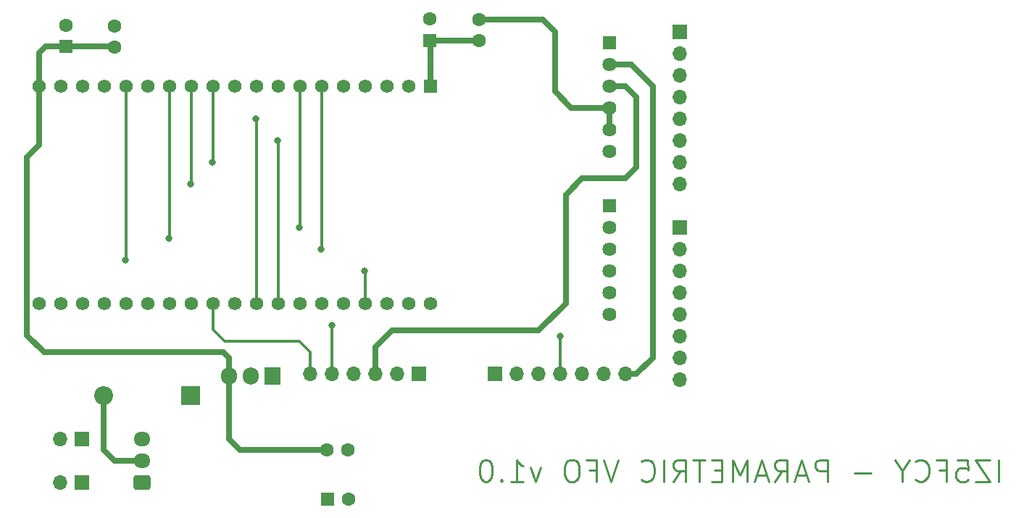
<source format=gbr>
%TF.GenerationSoftware,KiCad,Pcbnew,(6.0.5)*%
%TF.CreationDate,2022-11-30T16:24:04+01:00*%
%TF.ProjectId,Parametic VFO,50617261-6d65-4746-9963-2056464f2e6b,rev?*%
%TF.SameCoordinates,Original*%
%TF.FileFunction,Copper,L2,Bot*%
%TF.FilePolarity,Positive*%
%FSLAX46Y46*%
G04 Gerber Fmt 4.6, Leading zero omitted, Abs format (unit mm)*
G04 Created by KiCad (PCBNEW (6.0.5)) date 2022-11-30 16:24:04*
%MOMM*%
%LPD*%
G01*
G04 APERTURE LIST*
G04 Aperture macros list*
%AMRoundRect*
0 Rectangle with rounded corners*
0 $1 Rounding radius*
0 $2 $3 $4 $5 $6 $7 $8 $9 X,Y pos of 4 corners*
0 Add a 4 corners polygon primitive as box body*
4,1,4,$2,$3,$4,$5,$6,$7,$8,$9,$2,$3,0*
0 Add four circle primitives for the rounded corners*
1,1,$1+$1,$2,$3*
1,1,$1+$1,$4,$5*
1,1,$1+$1,$6,$7*
1,1,$1+$1,$8,$9*
0 Add four rect primitives between the rounded corners*
20,1,$1+$1,$2,$3,$4,$5,0*
20,1,$1+$1,$4,$5,$6,$7,0*
20,1,$1+$1,$6,$7,$8,$9,0*
20,1,$1+$1,$8,$9,$2,$3,0*%
G04 Aperture macros list end*
%ADD10C,0.254000*%
%TA.AperFunction,NonConductor*%
%ADD11C,0.254000*%
%TD*%
%TA.AperFunction,ComponentPad*%
%ADD12RoundRect,0.250000X0.725000X-0.600000X0.725000X0.600000X-0.725000X0.600000X-0.725000X-0.600000X0*%
%TD*%
%TA.AperFunction,ComponentPad*%
%ADD13O,1.950000X1.700000*%
%TD*%
%TA.AperFunction,ComponentPad*%
%ADD14R,1.700000X1.700000*%
%TD*%
%TA.AperFunction,ComponentPad*%
%ADD15O,1.700000X1.700000*%
%TD*%
%TA.AperFunction,ComponentPad*%
%ADD16R,1.600000X1.600000*%
%TD*%
%TA.AperFunction,ComponentPad*%
%ADD17C,1.600000*%
%TD*%
%TA.AperFunction,ComponentPad*%
%ADD18R,1.625600X1.625600*%
%TD*%
%TA.AperFunction,ComponentPad*%
%ADD19C,1.625600*%
%TD*%
%TA.AperFunction,ComponentPad*%
%ADD20R,1.560000X1.560000*%
%TD*%
%TA.AperFunction,ComponentPad*%
%ADD21C,1.560000*%
%TD*%
%TA.AperFunction,ComponentPad*%
%ADD22R,1.905000X2.000000*%
%TD*%
%TA.AperFunction,ComponentPad*%
%ADD23O,1.905000X2.000000*%
%TD*%
%TA.AperFunction,ComponentPad*%
%ADD24R,2.200000X2.200000*%
%TD*%
%TA.AperFunction,ComponentPad*%
%ADD25O,2.200000X2.200000*%
%TD*%
%TA.AperFunction,ViaPad*%
%ADD26C,0.800000*%
%TD*%
%TA.AperFunction,Conductor*%
%ADD27C,0.304800*%
%TD*%
%TA.AperFunction,Conductor*%
%ADD28C,0.635000*%
%TD*%
G04 APERTURE END LIST*
D10*
D11*
X196608095Y-104654047D02*
X196608095Y-102114047D01*
X195640476Y-102114047D02*
X193947142Y-102114047D01*
X195640476Y-104654047D01*
X193947142Y-104654047D01*
X191770000Y-102114047D02*
X192979523Y-102114047D01*
X193100476Y-103323571D01*
X192979523Y-103202619D01*
X192737619Y-103081666D01*
X192132857Y-103081666D01*
X191890952Y-103202619D01*
X191770000Y-103323571D01*
X191649047Y-103565476D01*
X191649047Y-104170238D01*
X191770000Y-104412142D01*
X191890952Y-104533095D01*
X192132857Y-104654047D01*
X192737619Y-104654047D01*
X192979523Y-104533095D01*
X193100476Y-104412142D01*
X189713809Y-103323571D02*
X190560476Y-103323571D01*
X190560476Y-104654047D02*
X190560476Y-102114047D01*
X189350952Y-102114047D01*
X186931904Y-104412142D02*
X187052857Y-104533095D01*
X187415714Y-104654047D01*
X187657619Y-104654047D01*
X188020476Y-104533095D01*
X188262380Y-104291190D01*
X188383333Y-104049285D01*
X188504285Y-103565476D01*
X188504285Y-103202619D01*
X188383333Y-102718809D01*
X188262380Y-102476904D01*
X188020476Y-102235000D01*
X187657619Y-102114047D01*
X187415714Y-102114047D01*
X187052857Y-102235000D01*
X186931904Y-102355952D01*
X185359523Y-103444523D02*
X185359523Y-104654047D01*
X186206190Y-102114047D02*
X185359523Y-103444523D01*
X184512857Y-102114047D01*
X181730952Y-103686428D02*
X179795714Y-103686428D01*
X176650952Y-104654047D02*
X176650952Y-102114047D01*
X175683333Y-102114047D01*
X175441428Y-102235000D01*
X175320476Y-102355952D01*
X175199523Y-102597857D01*
X175199523Y-102960714D01*
X175320476Y-103202619D01*
X175441428Y-103323571D01*
X175683333Y-103444523D01*
X176650952Y-103444523D01*
X174231904Y-103928333D02*
X173022380Y-103928333D01*
X174473809Y-104654047D02*
X173627142Y-102114047D01*
X172780476Y-104654047D01*
X170482380Y-104654047D02*
X171329047Y-103444523D01*
X171933809Y-104654047D02*
X171933809Y-102114047D01*
X170966190Y-102114047D01*
X170724285Y-102235000D01*
X170603333Y-102355952D01*
X170482380Y-102597857D01*
X170482380Y-102960714D01*
X170603333Y-103202619D01*
X170724285Y-103323571D01*
X170966190Y-103444523D01*
X171933809Y-103444523D01*
X169514761Y-103928333D02*
X168305238Y-103928333D01*
X169756666Y-104654047D02*
X168910000Y-102114047D01*
X168063333Y-104654047D01*
X167216666Y-104654047D02*
X167216666Y-102114047D01*
X166370000Y-103928333D01*
X165523333Y-102114047D01*
X165523333Y-104654047D01*
X164313809Y-103323571D02*
X163467142Y-103323571D01*
X163104285Y-104654047D02*
X164313809Y-104654047D01*
X164313809Y-102114047D01*
X163104285Y-102114047D01*
X162378571Y-102114047D02*
X160927142Y-102114047D01*
X161652857Y-104654047D02*
X161652857Y-102114047D01*
X158629047Y-104654047D02*
X159475714Y-103444523D01*
X160080476Y-104654047D02*
X160080476Y-102114047D01*
X159112857Y-102114047D01*
X158870952Y-102235000D01*
X158750000Y-102355952D01*
X158629047Y-102597857D01*
X158629047Y-102960714D01*
X158750000Y-103202619D01*
X158870952Y-103323571D01*
X159112857Y-103444523D01*
X160080476Y-103444523D01*
X157540476Y-104654047D02*
X157540476Y-102114047D01*
X154879523Y-104412142D02*
X155000476Y-104533095D01*
X155363333Y-104654047D01*
X155605238Y-104654047D01*
X155968095Y-104533095D01*
X156210000Y-104291190D01*
X156330952Y-104049285D01*
X156451904Y-103565476D01*
X156451904Y-103202619D01*
X156330952Y-102718809D01*
X156210000Y-102476904D01*
X155968095Y-102235000D01*
X155605238Y-102114047D01*
X155363333Y-102114047D01*
X155000476Y-102235000D01*
X154879523Y-102355952D01*
X152218571Y-102114047D02*
X151371904Y-104654047D01*
X150525238Y-102114047D01*
X148831904Y-103323571D02*
X149678571Y-103323571D01*
X149678571Y-104654047D02*
X149678571Y-102114047D01*
X148469047Y-102114047D01*
X147017619Y-102114047D02*
X146533809Y-102114047D01*
X146291904Y-102235000D01*
X146050000Y-102476904D01*
X145929047Y-102960714D01*
X145929047Y-103807380D01*
X146050000Y-104291190D01*
X146291904Y-104533095D01*
X146533809Y-104654047D01*
X147017619Y-104654047D01*
X147259523Y-104533095D01*
X147501428Y-104291190D01*
X147622380Y-103807380D01*
X147622380Y-102960714D01*
X147501428Y-102476904D01*
X147259523Y-102235000D01*
X147017619Y-102114047D01*
X143147142Y-102960714D02*
X142542380Y-104654047D01*
X141937619Y-102960714D01*
X139639523Y-104654047D02*
X141090952Y-104654047D01*
X140365238Y-104654047D02*
X140365238Y-102114047D01*
X140607142Y-102476904D01*
X140849047Y-102718809D01*
X141090952Y-102839761D01*
X138550952Y-104412142D02*
X138430000Y-104533095D01*
X138550952Y-104654047D01*
X138671904Y-104533095D01*
X138550952Y-104412142D01*
X138550952Y-104654047D01*
X136857619Y-102114047D02*
X136615714Y-102114047D01*
X136373809Y-102235000D01*
X136252857Y-102355952D01*
X136131904Y-102597857D01*
X136010952Y-103081666D01*
X136010952Y-103686428D01*
X136131904Y-104170238D01*
X136252857Y-104412142D01*
X136373809Y-104533095D01*
X136615714Y-104654047D01*
X136857619Y-104654047D01*
X137099523Y-104533095D01*
X137220476Y-104412142D01*
X137341428Y-104170238D01*
X137462380Y-103686428D01*
X137462380Y-103081666D01*
X137341428Y-102597857D01*
X137220476Y-102355952D01*
X137099523Y-102235000D01*
X136857619Y-102114047D01*
D12*
%TO.P,SW1,1,A*%
%TO.N,Net-(J5-Pad1)*%
X96520000Y-104734995D03*
D13*
%TO.P,SW1,2,B*%
%TO.N,Net-(D1-Pad2)*%
X96520000Y-102234995D03*
%TO.P,SW1,3,C*%
%TO.N,Net-(J6-Pad1)*%
X96520000Y-99734995D03*
%TD*%
D14*
%TO.P,J5,1,Pin_1*%
%TO.N,Net-(J5-Pad1)*%
X89515010Y-104799994D03*
D15*
%TO.P,J5,2,Pin_2*%
%TO.N,GND*%
X86975010Y-104799994D03*
%TD*%
D16*
%TO.P,C5,1*%
%TO.N,Net-(C1-Pad1)*%
X87630000Y-53811180D03*
D17*
%TO.P,C5,2*%
%TO.N,GND*%
X87630000Y-51311180D03*
%TD*%
D18*
%TO.P,J3,1,F_CS*%
%TO.N,unconnected-(J3-Pad1)*%
X151130000Y-72390000D03*
D19*
%TO.P,J3,2,LCD_RST*%
%TO.N,Net-(J3-Pad2)*%
X151130000Y-74930000D03*
%TO.P,J3,3,LCD_CS*%
%TO.N,Net-(J3-Pad3)*%
X151130000Y-77470000D03*
%TO.P,J3,4,LCD_RS*%
%TO.N,Net-(J3-Pad4)*%
X151130000Y-80010000D03*
%TO.P,J3,5,LCD_WR*%
%TO.N,Net-(J3-Pad5)*%
X151130000Y-82550000D03*
%TO.P,J3,6,LCD_RD*%
%TO.N,Net-(J3-Pad6)*%
X151130000Y-85090000D03*
%TD*%
D17*
%TO.P,C4,1*%
%TO.N,Net-(J4a1-Pad2)*%
X135940800Y-53167600D03*
%TO.P,C4,2*%
%TO.N,GND*%
X135940800Y-50667600D03*
%TD*%
D16*
%TO.P,C3,1*%
%TO.N,Net-(J4a1-Pad2)*%
X130175000Y-53099980D03*
D17*
%TO.P,C3,2*%
%TO.N,GND*%
X130175000Y-50599980D03*
%TD*%
D14*
%TO.P,J6,1,Pin_1*%
%TO.N,Net-(J6-Pad1)*%
X89535000Y-99695000D03*
D15*
%TO.P,J6,2,Pin_2*%
%TO.N,GND*%
X86995000Y-99695000D03*
%TD*%
D20*
%TO.P,U1,1,V_3v3*%
%TO.N,Net-(J4a1-Pad2)*%
X130250000Y-58420000D03*
D21*
%TO.P,U1,2,EN*%
%TO.N,unconnected-(U1-Pad2)*%
X127710000Y-58420000D03*
%TO.P,U1,3,SVP*%
%TO.N,unconnected-(U1-Pad3)*%
X125170000Y-58420000D03*
%TO.P,U1,4,SVN*%
%TO.N,unconnected-(U1-Pad4)*%
X122630000Y-58420000D03*
%TO.P,U1,5,IO34*%
%TO.N,unconnected-(U1-Pad5)*%
X120090000Y-58420000D03*
%TO.P,U1,6,IO35*%
%TO.N,Net-(J3-Pad3)*%
X117550000Y-58420000D03*
%TO.P,U1,7,IO32*%
%TO.N,Net-(J3-Pad2)*%
X115010000Y-58420000D03*
%TO.P,U1,8,IO33*%
%TO.N,unconnected-(U1-Pad8)*%
X112470000Y-58420000D03*
%TO.P,U1,9,IO25*%
%TO.N,Net-(J2-Pad4)*%
X109930000Y-58420000D03*
%TO.P,U1,10,IO26*%
%TO.N,Net-(J2-Pad3)*%
X107390000Y-58420000D03*
%TO.P,U1,11,IO27*%
%TO.N,Net-(J2-Pad7)*%
X104850000Y-58420000D03*
%TO.P,U1,12,IO14*%
%TO.N,Net-(J2-Pad8)*%
X102310000Y-58420000D03*
%TO.P,U1,13,IO12*%
%TO.N,Net-(J1a1-Pad1)*%
X99770000Y-58420000D03*
%TO.P,U1,14,GND*%
%TO.N,GND*%
X97230000Y-58420000D03*
%TO.P,U1,15,IO13*%
%TO.N,Net-(J1a1-Pad2)*%
X94690000Y-58420000D03*
%TO.P,U1,16,SD2*%
%TO.N,unconnected-(U1-Pad16)*%
X92150000Y-58420000D03*
%TO.P,U1,17,SD3*%
%TO.N,unconnected-(U1-Pad17)*%
X89610000Y-58420000D03*
%TO.P,U1,18,CMD*%
%TO.N,unconnected-(U1-Pad18)*%
X87070000Y-58420000D03*
%TO.P,U1,19,Vin_5V*%
%TO.N,Net-(C1-Pad1)*%
X84530000Y-58420000D03*
%TO.P,U1,20,FLASH_SCK*%
%TO.N,unconnected-(U1-Pad20)*%
X130250000Y-83820000D03*
%TO.P,U1,21,FLASH_D0*%
%TO.N,unconnected-(U1-Pad21)*%
X127710000Y-83820000D03*
%TO.P,U1,22,FLASH_D1*%
%TO.N,unconnected-(U1-Pad22)*%
X125170000Y-83820000D03*
%TO.P,U1,23,(adc2_3)IO15*%
%TO.N,Net-(J3-Pad4)*%
X122630000Y-83820000D03*
%TO.P,U1,24,(adc2_2)IO2*%
%TO.N,Net-(J3-Pad6)*%
X120090000Y-83820000D03*
%TO.P,U1,25,(adc2_1)IO0*%
%TO.N,unconnected-(U1-Pad25)*%
X117550000Y-83820000D03*
%TO.P,U1,26,(adc2_0)IO4*%
%TO.N,Net-(J3-Pad5)*%
X115010000Y-83820000D03*
%TO.P,U1,27,(rxd)IO16*%
%TO.N,Net-(J2-Pad6)*%
X112470000Y-83820000D03*
%TO.P,U1,28,(txd)IO17*%
%TO.N,Net-(J2-Pad5)*%
X109930000Y-83820000D03*
%TO.P,U1,29,(ss)IO5*%
%TO.N,unconnected-(U1-Pad29)*%
X107390000Y-83820000D03*
%TO.P,U1,30,(sck)IO18*%
%TO.N,Net-(J7-Pad6)*%
X104850000Y-83820000D03*
%TO.P,U1,31,(miso)IO19*%
%TO.N,Net-(J7-Pad5)*%
X102310000Y-83820000D03*
%TO.P,U1,32,GND*%
%TO.N,GND*%
X99770000Y-83820000D03*
%TO.P,U1,33,(sda)IO21*%
%TO.N,Net-(J8-Pad4)*%
X97230000Y-83820000D03*
%TO.P,U1,34,RX_D0*%
%TO.N,unconnected-(U1-Pad34)*%
X94690000Y-83820000D03*
%TO.P,U1,35,TX_D0*%
%TO.N,unconnected-(U1-Pad35)*%
X92150000Y-83820000D03*
%TO.P,U1,36,(scl)IO22*%
%TO.N,Net-(J8-Pad5)*%
X89610000Y-83820000D03*
%TO.P,U1,37,(mosi)IO23*%
%TO.N,unconnected-(U1-Pad37)*%
X87070000Y-83820000D03*
%TO.P,U1,38,GND*%
%TO.N,GND*%
X84530000Y-83820000D03*
%TD*%
D14*
%TO.P,J1a1,1,Pin_1*%
%TO.N,Net-(J1a1-Pad1)*%
X159385000Y-74945011D03*
D15*
%TO.P,J1a1,2,Pin_2*%
%TO.N,Net-(J1a1-Pad2)*%
X159385000Y-77485011D03*
%TO.P,J1a1,3,Pin_3*%
%TO.N,unconnected-(J1a1-Pad3)*%
X159385000Y-80025011D03*
%TO.P,J1a1,4,Pin_4*%
%TO.N,unconnected-(J1a1-Pad4)*%
X159385000Y-82565011D03*
%TO.P,J1a1,5,Pin_5*%
%TO.N,unconnected-(J1a1-Pad5)*%
X159385000Y-85105011D03*
%TO.P,J1a1,6,Pin_6*%
%TO.N,unconnected-(J1a1-Pad6)*%
X159385000Y-87645011D03*
%TO.P,J1a1,7,Pin_7*%
%TO.N,unconnected-(J1a1-Pad7)*%
X159385000Y-90185011D03*
%TO.P,J1a1,8,Pin_8*%
%TO.N,unconnected-(J1a1-Pad8)*%
X159385000Y-92725011D03*
%TD*%
D22*
%TO.P,U2,1,IN*%
%TO.N,Net-(D1-Pad1)*%
X111760000Y-92369996D03*
D23*
%TO.P,U2,2,GND*%
%TO.N,GND*%
X109220000Y-92369996D03*
%TO.P,U2,3,OUT*%
%TO.N,Net-(C1-Pad1)*%
X106680000Y-92369996D03*
%TD*%
D17*
%TO.P,C2,1*%
%TO.N,Net-(C1-Pad1)*%
X118110000Y-100965000D03*
%TO.P,C2,2*%
%TO.N,GND*%
X120610000Y-100965000D03*
%TD*%
D14*
%TO.P,J2,1,nc*%
%TO.N,unconnected-(J2-Pad1)*%
X159385000Y-52085000D03*
D15*
%TO.P,J2,2,nc*%
%TO.N,unconnected-(J2-Pad2)*%
X159385000Y-54625000D03*
%TO.P,J2,3,LCD_D2*%
%TO.N,Net-(J2-Pad3)*%
X159385000Y-57165000D03*
%TO.P,J2,4,LCD_D3*%
%TO.N,Net-(J2-Pad4)*%
X159385000Y-59705000D03*
%TO.P,J2,5,LCD_D4*%
%TO.N,Net-(J2-Pad5)*%
X159385000Y-62245000D03*
%TO.P,J2,6,LCD_D5*%
%TO.N,Net-(J2-Pad6)*%
X159385000Y-64785000D03*
%TO.P,J2,7,LCD_D6*%
%TO.N,Net-(J2-Pad7)*%
X159385000Y-67325000D03*
%TO.P,J2,8,LCD_D7*%
%TO.N,Net-(J2-Pad8)*%
X159385000Y-69865000D03*
%TD*%
D14*
%TO.P,J7,1,Pin_1*%
%TO.N,GND*%
X128905000Y-92075000D03*
D15*
%TO.P,J7,2,Pin_2*%
%TO.N,unconnected-(J7-Pad2)*%
X126365000Y-92075000D03*
%TO.P,J7,3,Pin_3*%
%TO.N,Net-(C1-Pad1)*%
X123825000Y-92075000D03*
%TO.P,J7,4,Pin_4*%
%TO.N,unconnected-(J7-Pad4)*%
X121285000Y-92075000D03*
%TO.P,J7,5,Pin_5*%
%TO.N,Net-(J7-Pad5)*%
X118745000Y-92075000D03*
%TO.P,J7,6,Pin_6*%
%TO.N,Net-(J7-Pad6)*%
X116205000Y-92075000D03*
%TD*%
D17*
%TO.P,C6,1*%
%TO.N,Net-(C1-Pad1)*%
X93345000Y-53924200D03*
%TO.P,C6,2*%
%TO.N,GND*%
X93345000Y-51424200D03*
%TD*%
D14*
%TO.P,J8,1,Pin_1*%
%TO.N,unconnected-(J8-Pad1)*%
X137815000Y-92050000D03*
D15*
%TO.P,J8,2,Pin_2*%
%TO.N,unconnected-(J8-Pad2)*%
X140355000Y-92050000D03*
%TO.P,J8,3,Pin_3*%
%TO.N,unconnected-(J8-Pad3)*%
X142895000Y-92050000D03*
%TO.P,J8,4,Pin_4*%
%TO.N,Net-(J8-Pad4)*%
X145435000Y-92050000D03*
%TO.P,J8,5,Pin_5*%
%TO.N,Net-(J8-Pad5)*%
X147975000Y-92050000D03*
%TO.P,J8,6,Pin_6*%
%TO.N,GND*%
X150515000Y-92050000D03*
%TO.P,J8,7,Pin_7*%
%TO.N,Net-(J4a1-Pad2)*%
X153055000Y-92050000D03*
%TD*%
D24*
%TO.P,D1,1,K*%
%TO.N,Net-(D1-Pad1)*%
X102235000Y-94615000D03*
D25*
%TO.P,D1,2,A*%
%TO.N,Net-(D1-Pad2)*%
X92075000Y-94615000D03*
%TD*%
D18*
%TO.P,J4a1,1,Pin_1*%
%TO.N,unconnected-(J4a1-Pad1)*%
X151130000Y-53340000D03*
D19*
%TO.P,J4a1,2,Pin_2*%
%TO.N,Net-(J4a1-Pad2)*%
X151130000Y-55880000D03*
%TO.P,J4a1,3,Pin_3*%
%TO.N,Net-(C1-Pad1)*%
X151130000Y-58420000D03*
%TO.P,J4a1,4,Pin_4*%
%TO.N,GND*%
X151130000Y-60960000D03*
%TO.P,J4a1,5,Pin_5*%
X151130000Y-63500000D03*
%TO.P,J4a1,6,Pin_6*%
%TO.N,unconnected-(J4a1-Pad6)*%
X151130000Y-66040000D03*
%TD*%
D16*
%TO.P,C1,1*%
%TO.N,Net-(C1-Pad1)*%
X118197621Y-106680000D03*
D17*
%TO.P,C1,2*%
%TO.N,GND*%
X120697621Y-106680000D03*
%TD*%
D26*
%TO.N,Net-(J2-Pad5)*%
X109855000Y-62230000D03*
%TO.N,Net-(J2-Pad6)*%
X112395489Y-64770489D03*
%TO.N,Net-(J1a1-Pad1)*%
X99695000Y-76200000D03*
%TO.N,Net-(J3-Pad2)*%
X114935000Y-74930000D03*
%TO.N,Net-(J3-Pad3)*%
X117475000Y-77470000D03*
%TO.N,Net-(J3-Pad4)*%
X122555000Y-80010000D03*
%TO.N,Net-(J1a1-Pad2)*%
X94615000Y-78740000D03*
%TO.N,Net-(J2-Pad7)*%
X104775000Y-67310000D03*
%TO.N,Net-(J2-Pad8)*%
X102235000Y-69850000D03*
%TO.N,Net-(J7-Pad5)*%
X118745000Y-86360000D03*
%TO.N,Net-(J8-Pad4)*%
X145415000Y-87630000D03*
%TD*%
D27*
%TO.N,Net-(J7-Pad6)*%
X116205000Y-89535000D02*
X116205000Y-92075000D01*
X114935000Y-88265000D02*
X116205000Y-89535000D01*
X106195000Y-88265000D02*
X114935000Y-88265000D01*
X104850000Y-86920000D02*
X106195000Y-88265000D01*
X104850000Y-83820000D02*
X104850000Y-86920000D01*
D28*
%TO.N,Net-(C1-Pad1)*%
X83128189Y-87573189D02*
X83128189Y-66731811D01*
X84530000Y-54535000D02*
X85253820Y-53811180D01*
X106045000Y-89535000D02*
X85090000Y-89535000D01*
X153035000Y-58420000D02*
X151130000Y-58420000D01*
X154305000Y-67945000D02*
X154305000Y-59690000D01*
X106680000Y-99695000D02*
X107950000Y-100965000D01*
X125730000Y-86995000D02*
X142875000Y-86995000D01*
X83128189Y-66731811D02*
X84530000Y-65330000D01*
X123825000Y-92075000D02*
X123825000Y-88900000D01*
X147955000Y-69215000D02*
X153035000Y-69215000D01*
X153035000Y-69215000D02*
X154305000Y-67945000D01*
X85253820Y-53811180D02*
X87630000Y-53811180D01*
X146050000Y-83820000D02*
X146050000Y-71120000D01*
X84530000Y-65330000D02*
X84530000Y-58420000D01*
X87630000Y-53811180D02*
X93231980Y-53811180D01*
X84530000Y-58420000D02*
X84530000Y-54535000D01*
X106680000Y-92369996D02*
X106680000Y-99695000D01*
X107950000Y-100965000D02*
X118110000Y-100965000D01*
X106680000Y-92369996D02*
X106680000Y-90170000D01*
X146050000Y-71120000D02*
X147955000Y-69215000D01*
X106680000Y-90170000D02*
X106045000Y-89535000D01*
X154305000Y-59690000D02*
X153035000Y-58420000D01*
X123825000Y-88900000D02*
X125730000Y-86995000D01*
X142875000Y-86995000D02*
X146050000Y-83820000D01*
X85090000Y-89535000D02*
X83128189Y-87573189D01*
X93231980Y-53811180D02*
X93345000Y-53924200D01*
%TO.N,GND*%
X143377600Y-50667600D02*
X135940800Y-50667600D01*
X151130000Y-60960000D02*
X146685000Y-60960000D01*
X151130000Y-60960000D02*
X151130000Y-63500000D01*
X146685000Y-60960000D02*
X144780000Y-59055000D01*
X144780000Y-52070000D02*
X143377600Y-50667600D01*
X144780000Y-59055000D02*
X144780000Y-52070000D01*
%TO.N,Net-(J4a1-Pad2)*%
X135873180Y-53099980D02*
X135940800Y-53167600D01*
X151130000Y-55880000D02*
X153670000Y-55880000D01*
X156210000Y-90170000D02*
X154330000Y-92050000D01*
X130250000Y-53174980D02*
X130175000Y-53099980D01*
X130250000Y-58420000D02*
X130250000Y-53174980D01*
X154330000Y-92050000D02*
X153055000Y-92050000D01*
X130175000Y-53099980D02*
X135873180Y-53099980D01*
X156210000Y-58420000D02*
X156210000Y-90170000D01*
X153670000Y-55880000D02*
X156210000Y-58420000D01*
D27*
%TO.N,Net-(J2-Pad5)*%
X109855000Y-62230000D02*
X109930000Y-62305000D01*
X109930000Y-62305000D02*
X109930000Y-83820000D01*
%TO.N,Net-(J2-Pad6)*%
X112395489Y-64770489D02*
X112470000Y-64845000D01*
X112470000Y-64845000D02*
X112470000Y-83820000D01*
D28*
%TO.N,Net-(D1-Pad2)*%
X96520000Y-102235000D02*
X93345000Y-102235000D01*
X93345000Y-102235000D02*
X92075000Y-100965000D01*
X92075000Y-100965000D02*
X92075000Y-94615000D01*
D27*
%TO.N,Net-(J1a1-Pad1)*%
X99695000Y-76200000D02*
X99770000Y-76125000D01*
X99770000Y-76125000D02*
X99770000Y-58420000D01*
%TO.N,Net-(J3-Pad2)*%
X115010000Y-74855000D02*
X115010000Y-58420000D01*
X114935000Y-74930000D02*
X115010000Y-74855000D01*
%TO.N,Net-(J3-Pad3)*%
X117475000Y-77470000D02*
X117550000Y-77395000D01*
X117550000Y-77395000D02*
X117550000Y-58420000D01*
%TO.N,Net-(J3-Pad4)*%
X122630000Y-80085000D02*
X122630000Y-83820000D01*
X122555000Y-80010000D02*
X122630000Y-80085000D01*
%TO.N,Net-(J1a1-Pad2)*%
X94615000Y-78740000D02*
X94690000Y-78665000D01*
X94690000Y-78665000D02*
X94690000Y-58420000D01*
%TO.N,Net-(J2-Pad7)*%
X104850000Y-67235000D02*
X104850000Y-58420000D01*
X104775000Y-67310000D02*
X104850000Y-67235000D01*
%TO.N,Net-(J2-Pad8)*%
X102310000Y-69775000D02*
X102310000Y-58420000D01*
X102235000Y-69850000D02*
X102310000Y-69775000D01*
%TO.N,Net-(J7-Pad5)*%
X118745000Y-86360000D02*
X118745000Y-92075000D01*
%TO.N,Net-(J8-Pad4)*%
X145415000Y-87630000D02*
X145435000Y-87650000D01*
X145435000Y-87650000D02*
X145435000Y-92050000D01*
%TD*%
M02*

</source>
